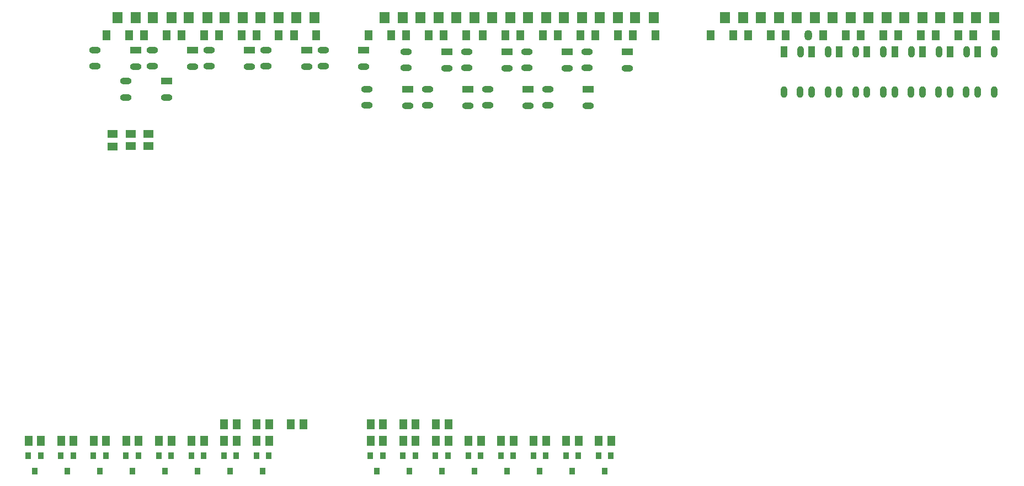
<source format=gbp>
%FSLAX42Y42*%
%MOMM*%
G71*
G01*
G75*
%ADD10C,0.20*%
%ADD11O,1.00X1.80*%
%ADD12R,1.00X1.80*%
%ADD13R,3.40X3.00*%
%ADD14R,1.10X1.00*%
%ADD15R,2.20X0.60*%
%ADD16R,1.50X1.30*%
%ADD17R,2.70X3.00*%
%ADD18R,2.60X2.00*%
%ADD19R,1.80X1.00*%
%ADD20O,1.80X1.00*%
%ADD21R,1.30X1.50*%
%ADD22R,1.00X0.85*%
%ADD23R,4.00X3.50*%
%ADD24R,2.00X1.00*%
%ADD25R,7.00X2.80*%
%ADD26R,0.60X1.50*%
%ADD27R,1.80X1.60*%
%ADD28R,2.50X2.70*%
%ADD29R,17.00X11.00*%
%ADD30C,0.25*%
%ADD31C,1.50*%
%ADD32C,2.00*%
%ADD33C,0.30*%
%ADD34C,1.00*%
%ADD35C,0.80*%
%ADD36C,0.40*%
%ADD37C,0.50*%
%ADD38R,3.00X11.50*%
%ADD39R,12.25X11.00*%
%ADD40R,13.50X1.20*%
%ADD41R,3.00X4.40*%
%ADD42R,0.80X4.00*%
%ADD43R,4.55X0.80*%
%ADD44R,7.75X5.25*%
%ADD45R,11.50X1.75*%
%ADD46R,11.75X1.25*%
%ADD47R,2.25X3.90*%
%ADD48R,3.50X23.00*%
%ADD49R,8.25X7.00*%
%ADD50C,4.50*%
%ADD51C,1.50*%
%ADD52R,1.50X1.50*%
%ADD53C,3.25*%
%ADD54C,3.00*%
%ADD55R,1.30X1.30*%
%ADD56C,1.30*%
%ADD57R,1.60X1.60*%
%ADD58C,1.60*%
%ADD59C,2.00*%
%ADD60C,2.50*%
%ADD61R,1.70X1.70*%
%ADD62C,1.70*%
%ADD63C,1.40*%
%ADD64C,1.00*%
%ADD65C,0.60*%
%ADD66C,1.20*%
%ADD67C,0.90*%
%ADD68R,0.85X1.00*%
%ADD69R,1.60X1.80*%
%ADD70R,1.25X1.60*%
%ADD71O,1.25X1.60*%
%ADD72C,0.60*%
%ADD73C,0.25*%
%ADD74R,0.68X5.20*%
%ADD75C,0.13*%
%ADD76R,0.80X0.50*%
%ADD77R,1.61X0.20*%
%ADD78C,0.06*%
%ADD79R,1.70X0.40*%
%ADD80R,7.00X1.50*%
%ADD81R,3.00X12.00*%
%ADD82R,2.00X2.00*%
%ADD83R,2.00X2.00*%
D11*
X15275Y-1995D02*
D03*
X15025D02*
D03*
X15279Y-1375D02*
D03*
X14850Y-1995D02*
D03*
X14600D02*
D03*
X14854Y-1375D02*
D03*
X14425Y-1995D02*
D03*
X14175D02*
D03*
X14429Y-1375D02*
D03*
X14000Y-1995D02*
D03*
X13750D02*
D03*
X14004Y-1375D02*
D03*
X13575Y-1995D02*
D03*
X13325D02*
D03*
X13579Y-1375D02*
D03*
X13150Y-1995D02*
D03*
X12900D02*
D03*
X13154Y-1375D02*
D03*
X12725Y-1995D02*
D03*
X12475D02*
D03*
X12729Y-1375D02*
D03*
X12300Y-1995D02*
D03*
X12050D02*
D03*
X12304Y-1375D02*
D03*
D12*
X15025D02*
D03*
X14600D02*
D03*
X14175D02*
D03*
X13750D02*
D03*
X13325D02*
D03*
X12900D02*
D03*
X12475D02*
D03*
X12050D02*
D03*
D16*
X1750Y-2830D02*
D03*
Y-2640D02*
D03*
X2025Y-2635D02*
D03*
Y-2825D02*
D03*
X2300Y-2635D02*
D03*
Y-2825D02*
D03*
D19*
X9650Y-1375D02*
D03*
X9050Y-1950D02*
D03*
X8725Y-1375D02*
D03*
X8125Y-1950D02*
D03*
X7800Y-1375D02*
D03*
X7200Y-1950D02*
D03*
X6875Y-1375D02*
D03*
X6275Y-1950D02*
D03*
X5600Y-1350D02*
D03*
X4725D02*
D03*
X3850D02*
D03*
X2975D02*
D03*
X2575Y-1825D02*
D03*
X2100Y-1350D02*
D03*
D20*
X9030Y-1625D02*
D03*
Y-1375D02*
D03*
X9650Y-1629D02*
D03*
X8430Y-2200D02*
D03*
Y-1950D02*
D03*
X9050Y-2204D02*
D03*
X8105Y-1625D02*
D03*
Y-1375D02*
D03*
X8725Y-1629D02*
D03*
X7505Y-2200D02*
D03*
Y-1950D02*
D03*
X8125Y-2204D02*
D03*
X7180Y-1625D02*
D03*
Y-1375D02*
D03*
X7800Y-1629D02*
D03*
X6580Y-2200D02*
D03*
Y-1950D02*
D03*
X7200Y-2204D02*
D03*
X6255Y-1625D02*
D03*
Y-1375D02*
D03*
X6875Y-1629D02*
D03*
X5655Y-2200D02*
D03*
Y-1950D02*
D03*
X6275Y-2204D02*
D03*
X4980Y-1600D02*
D03*
Y-1350D02*
D03*
X5600Y-1604D02*
D03*
X4105Y-1600D02*
D03*
Y-1350D02*
D03*
X4725Y-1604D02*
D03*
X3230Y-1600D02*
D03*
Y-1350D02*
D03*
X3850Y-1604D02*
D03*
X2355Y-1600D02*
D03*
Y-1350D02*
D03*
X2975Y-1604D02*
D03*
X1955Y-2075D02*
D03*
Y-1825D02*
D03*
X2575Y-2079D02*
D03*
X1480Y-1600D02*
D03*
Y-1350D02*
D03*
X2100Y-1604D02*
D03*
D21*
X9210Y-7350D02*
D03*
X9400D02*
D03*
X8710D02*
D03*
X8900D02*
D03*
X8210D02*
D03*
X8400D02*
D03*
X7710D02*
D03*
X7900D02*
D03*
X7210D02*
D03*
X7400D02*
D03*
X6710D02*
D03*
X6900D02*
D03*
X6210D02*
D03*
X6400D02*
D03*
X5710D02*
D03*
X5900D02*
D03*
X3960D02*
D03*
X4150D02*
D03*
X3460D02*
D03*
X3650D02*
D03*
X2960D02*
D03*
X3150D02*
D03*
X2460D02*
D03*
X2650D02*
D03*
X1960D02*
D03*
X2150D02*
D03*
X1460D02*
D03*
X1650D02*
D03*
X460D02*
D03*
X650D02*
D03*
X960D02*
D03*
X1150D02*
D03*
X3460Y-7100D02*
D03*
X3650D02*
D03*
X3960D02*
D03*
X4150D02*
D03*
X4485D02*
D03*
X4675D02*
D03*
X5710D02*
D03*
X5900D02*
D03*
X6210D02*
D03*
X6400D02*
D03*
X6710D02*
D03*
X6900D02*
D03*
D68*
X9300Y-7820D02*
D03*
X9395Y-7580D02*
D03*
X9205D02*
D03*
X8800Y-7820D02*
D03*
X8895Y-7580D02*
D03*
X8705D02*
D03*
X8300Y-7820D02*
D03*
X8395Y-7580D02*
D03*
X8205D02*
D03*
X7800Y-7820D02*
D03*
X7895Y-7580D02*
D03*
X7705D02*
D03*
X7300Y-7820D02*
D03*
X7395Y-7580D02*
D03*
X7205D02*
D03*
X6800Y-7820D02*
D03*
X6895Y-7580D02*
D03*
X6705D02*
D03*
X6300Y-7820D02*
D03*
X6395Y-7580D02*
D03*
X6205D02*
D03*
X5800Y-7820D02*
D03*
X5895Y-7580D02*
D03*
X5705D02*
D03*
X4050Y-7820D02*
D03*
X4145Y-7580D02*
D03*
X3955D02*
D03*
X3550Y-7820D02*
D03*
X3645Y-7580D02*
D03*
X3455D02*
D03*
X3050Y-7820D02*
D03*
X3145Y-7580D02*
D03*
X2955D02*
D03*
X2550Y-7820D02*
D03*
X2645Y-7580D02*
D03*
X2455D02*
D03*
X2050Y-7820D02*
D03*
X2145Y-7580D02*
D03*
X1955D02*
D03*
X1550Y-7820D02*
D03*
X1645Y-7580D02*
D03*
X1455D02*
D03*
X1050Y-7820D02*
D03*
X1145Y-7580D02*
D03*
X955D02*
D03*
X550Y-7820D02*
D03*
X645Y-7580D02*
D03*
X455D02*
D03*
D69*
X14995Y-850D02*
D03*
X15275D02*
D03*
X14445D02*
D03*
X14725D02*
D03*
X13895D02*
D03*
X14175D02*
D03*
X13345D02*
D03*
X13625D02*
D03*
X12795D02*
D03*
X13075D02*
D03*
X12245D02*
D03*
X12525D02*
D03*
X11695D02*
D03*
X11975D02*
D03*
X11145D02*
D03*
X11425D02*
D03*
X9770D02*
D03*
X10050D02*
D03*
X9220D02*
D03*
X9500D02*
D03*
X8670D02*
D03*
X8950D02*
D03*
X8120D02*
D03*
X8400D02*
D03*
X7570D02*
D03*
X7850D02*
D03*
X7020D02*
D03*
X7300D02*
D03*
X6470D02*
D03*
X6750D02*
D03*
X5920D02*
D03*
X6200D02*
D03*
X4570D02*
D03*
X4850D02*
D03*
X4020D02*
D03*
X4300D02*
D03*
X3470D02*
D03*
X3750D02*
D03*
X2920D02*
D03*
X3200D02*
D03*
X2370D02*
D03*
X2650D02*
D03*
X1820D02*
D03*
X2100D02*
D03*
D70*
X14955Y-1125D02*
D03*
X15300D02*
D03*
X14380D02*
D03*
X14725D02*
D03*
X13805D02*
D03*
X14150D02*
D03*
X13230D02*
D03*
X13575D02*
D03*
X12655D02*
D03*
X13000D02*
D03*
X12080D02*
D03*
X11505D02*
D03*
X11850D02*
D03*
X10930D02*
D03*
X11275D02*
D03*
X9730D02*
D03*
X10075D02*
D03*
X9155D02*
D03*
X9500D02*
D03*
X8580D02*
D03*
X8925D02*
D03*
X8005D02*
D03*
X8350D02*
D03*
X7430D02*
D03*
X7775D02*
D03*
X6830D02*
D03*
X7175D02*
D03*
X6255D02*
D03*
X6600D02*
D03*
X5680D02*
D03*
X6025D02*
D03*
X4530D02*
D03*
X4875D02*
D03*
X3955D02*
D03*
X4300D02*
D03*
X3380D02*
D03*
X3725D02*
D03*
X2805D02*
D03*
X3150D02*
D03*
X2230D02*
D03*
X2575D02*
D03*
X1655D02*
D03*
X2000D02*
D03*
D71*
X12425D02*
D03*
M02*

</source>
